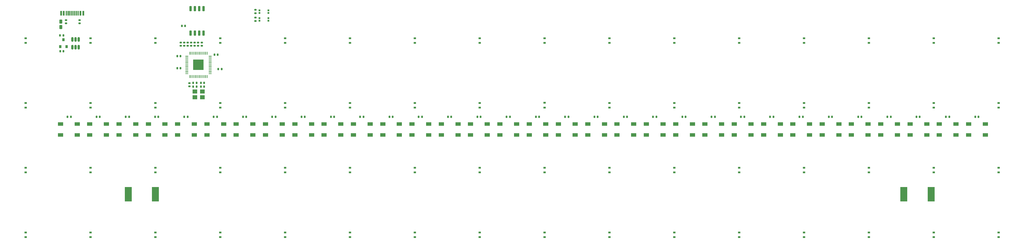
<source format=gbr>
%TF.GenerationSoftware,KiCad,Pcbnew,(6.0.0)*%
%TF.CreationDate,2022-05-01T17:24:26-04:00*%
%TF.ProjectId,HL-2040,484c2d32-3034-4302-9e6b-696361645f70,Mark 2 Rev F*%
%TF.SameCoordinates,Original*%
%TF.FileFunction,Paste,Bot*%
%TF.FilePolarity,Positive*%
%FSLAX46Y46*%
G04 Gerber Fmt 4.6, Leading zero omitted, Abs format (unit mm)*
G04 Created by KiCad (PCBNEW (6.0.0)) date 2022-05-01 17:24:26*
%MOMM*%
%LPD*%
G01*
G04 APERTURE LIST*
G04 Aperture macros list*
%AMRoundRect*
0 Rectangle with rounded corners*
0 $1 Rounding radius*
0 $2 $3 $4 $5 $6 $7 $8 $9 X,Y pos of 4 corners*
0 Add a 4 corners polygon primitive as box body*
4,1,4,$2,$3,$4,$5,$6,$7,$8,$9,$2,$3,0*
0 Add four circle primitives for the rounded corners*
1,1,$1+$1,$2,$3*
1,1,$1+$1,$4,$5*
1,1,$1+$1,$6,$7*
1,1,$1+$1,$8,$9*
0 Add four rect primitives between the rounded corners*
20,1,$1+$1,$2,$3,$4,$5,0*
20,1,$1+$1,$4,$5,$6,$7,0*
20,1,$1+$1,$6,$7,$8,$9,0*
20,1,$1+$1,$8,$9,$2,$3,0*%
G04 Aperture macros list end*
%ADD10C,0.010000*%
%ADD11RoundRect,0.147500X-0.147500X-0.172500X0.147500X-0.172500X0.147500X0.172500X-0.147500X0.172500X0*%
%ADD12RoundRect,0.147500X0.147500X0.172500X-0.147500X0.172500X-0.147500X-0.172500X0.147500X-0.172500X0*%
%ADD13RoundRect,0.147500X0.172500X-0.147500X0.172500X0.147500X-0.172500X0.147500X-0.172500X-0.147500X0*%
%ADD14RoundRect,0.250000X0.292217X0.292217X-0.292217X0.292217X-0.292217X-0.292217X0.292217X-0.292217X0*%
%ADD15RoundRect,0.050000X0.387500X0.050000X-0.387500X0.050000X-0.387500X-0.050000X0.387500X-0.050000X0*%
%ADD16RoundRect,0.050000X0.050000X0.387500X-0.050000X0.387500X-0.050000X-0.387500X0.050000X-0.387500X0*%
%ADD17R,3.050000X3.050000*%
%ADD18R,0.700000X0.600000*%
%ADD19RoundRect,0.147500X-0.172500X0.147500X-0.172500X-0.147500X0.172500X-0.147500X0.172500X0.147500X0*%
%ADD20RoundRect,0.212500X-0.212500X0.400000X-0.212500X-0.400000X0.212500X-0.400000X0.212500X0.400000X0*%
%ADD21R,0.800000X0.900000*%
%ADD22R,0.600000X1.450000*%
%ADD23R,0.300000X1.450000*%
%ADD24R,1.500000X1.000000*%
%ADD25R,2.000000X4.200000*%
%ADD26RoundRect,0.150000X-0.150000X0.650000X-0.150000X-0.650000X0.150000X-0.650000X0.150000X0.650000X0*%
%ADD27R,1.400000X1.200000*%
%ADD28RoundRect,0.150000X0.150000X-0.512500X0.150000X0.512500X-0.150000X0.512500X-0.150000X-0.512500X0*%
G04 APERTURE END LIST*
D10*
%TO.C,S1*%
X104114000Y-76939000D02*
X104564000Y-76939000D01*
X104564000Y-76939000D02*
X104564000Y-76489000D01*
X104564000Y-76489000D02*
X104114000Y-76489000D01*
X104114000Y-76489000D02*
X104114000Y-76939000D01*
G36*
X104564000Y-76939000D02*
G01*
X104114000Y-76939000D01*
X104114000Y-76489000D01*
X104564000Y-76489000D01*
X104564000Y-76939000D01*
G37*
X104564000Y-76939000D02*
X104114000Y-76939000D01*
X104114000Y-76489000D01*
X104564000Y-76489000D01*
X104564000Y-76939000D01*
X106764000Y-76939000D02*
X107214000Y-76939000D01*
X107214000Y-76939000D02*
X107214000Y-76489000D01*
X107214000Y-76489000D02*
X106764000Y-76489000D01*
X106764000Y-76489000D02*
X106764000Y-76939000D01*
G36*
X107214000Y-76939000D02*
G01*
X106764000Y-76939000D01*
X106764000Y-76489000D01*
X107214000Y-76489000D01*
X107214000Y-76939000D01*
G37*
X107214000Y-76939000D02*
X106764000Y-76939000D01*
X106764000Y-76489000D01*
X107214000Y-76489000D01*
X107214000Y-76939000D01*
X104114000Y-77689000D02*
X104564000Y-77689000D01*
X104564000Y-77689000D02*
X104564000Y-77239000D01*
X104564000Y-77239000D02*
X104114000Y-77239000D01*
X104114000Y-77239000D02*
X104114000Y-77689000D01*
G36*
X104564000Y-77689000D02*
G01*
X104114000Y-77689000D01*
X104114000Y-77239000D01*
X104564000Y-77239000D01*
X104564000Y-77689000D01*
G37*
X104564000Y-77689000D02*
X104114000Y-77689000D01*
X104114000Y-77239000D01*
X104564000Y-77239000D01*
X104564000Y-77689000D01*
X106764000Y-77689000D02*
X107214000Y-77689000D01*
X107214000Y-77689000D02*
X107214000Y-77239000D01*
X107214000Y-77239000D02*
X106764000Y-77239000D01*
X106764000Y-77239000D02*
X106764000Y-77689000D01*
G36*
X107214000Y-77689000D02*
G01*
X106764000Y-77689000D01*
X106764000Y-77239000D01*
X107214000Y-77239000D01*
X107214000Y-77689000D01*
G37*
X107214000Y-77689000D02*
X106764000Y-77689000D01*
X106764000Y-77239000D01*
X107214000Y-77239000D01*
X107214000Y-77689000D01*
%TO.C,S2*%
X107214000Y-74203000D02*
X106764000Y-74203000D01*
X106764000Y-74203000D02*
X106764000Y-74653000D01*
X106764000Y-74653000D02*
X107214000Y-74653000D01*
X107214000Y-74653000D02*
X107214000Y-74203000D01*
G36*
X107214000Y-74653000D02*
G01*
X106764000Y-74653000D01*
X106764000Y-74203000D01*
X107214000Y-74203000D01*
X107214000Y-74653000D01*
G37*
X107214000Y-74653000D02*
X106764000Y-74653000D01*
X106764000Y-74203000D01*
X107214000Y-74203000D01*
X107214000Y-74653000D01*
X104564000Y-74953000D02*
X104114000Y-74953000D01*
X104114000Y-74953000D02*
X104114000Y-75403000D01*
X104114000Y-75403000D02*
X104564000Y-75403000D01*
X104564000Y-75403000D02*
X104564000Y-74953000D01*
G36*
X104564000Y-75403000D02*
G01*
X104114000Y-75403000D01*
X104114000Y-74953000D01*
X104564000Y-74953000D01*
X104564000Y-75403000D01*
G37*
X104564000Y-75403000D02*
X104114000Y-75403000D01*
X104114000Y-74953000D01*
X104564000Y-74953000D01*
X104564000Y-75403000D01*
X104564000Y-74203000D02*
X104114000Y-74203000D01*
X104114000Y-74203000D02*
X104114000Y-74653000D01*
X104114000Y-74653000D02*
X104564000Y-74653000D01*
X104564000Y-74653000D02*
X104564000Y-74203000D01*
G36*
X104564000Y-74653000D02*
G01*
X104114000Y-74653000D01*
X104114000Y-74203000D01*
X104564000Y-74203000D01*
X104564000Y-74653000D01*
G37*
X104564000Y-74653000D02*
X104114000Y-74653000D01*
X104114000Y-74203000D01*
X104564000Y-74203000D01*
X104564000Y-74653000D01*
X107214000Y-74953000D02*
X106764000Y-74953000D01*
X106764000Y-74953000D02*
X106764000Y-75403000D01*
X106764000Y-75403000D02*
X107214000Y-75403000D01*
X107214000Y-75403000D02*
X107214000Y-74953000D01*
G36*
X107214000Y-75403000D02*
G01*
X106764000Y-75403000D01*
X106764000Y-74953000D01*
X107214000Y-74953000D01*
X107214000Y-75403000D01*
G37*
X107214000Y-75403000D02*
X106764000Y-75403000D01*
X106764000Y-74953000D01*
X107214000Y-74953000D01*
X107214000Y-75403000D01*
%TD*%
D11*
%TO.C,C1*%
X91158200Y-87477600D03*
X92128200Y-87477600D03*
%TD*%
D12*
%TO.C,C2*%
X85930600Y-95808800D03*
X84960600Y-95808800D03*
%TD*%
D11*
%TO.C,C3*%
X92326600Y-91744800D03*
X93296600Y-91744800D03*
%TD*%
D13*
%TO.C,C6*%
X81305400Y-84886800D03*
X81305400Y-83916800D03*
%TD*%
%TO.C,C8*%
X85394800Y-84886800D03*
X85394800Y-83916800D03*
%TD*%
D14*
%TO.C,U0*%
X87124500Y-91125000D03*
X85849500Y-89850000D03*
X87124500Y-89850000D03*
X85849500Y-91125000D03*
D15*
X89924500Y-87887500D03*
X89924500Y-88287500D03*
X89924500Y-88687500D03*
X89924500Y-89087500D03*
X89924500Y-89487500D03*
X89924500Y-89887500D03*
X89924500Y-90287500D03*
X89924500Y-90687500D03*
X89924500Y-91087500D03*
X89924500Y-91487500D03*
X89924500Y-91887500D03*
X89924500Y-92287500D03*
X89924500Y-92687500D03*
X89924500Y-93087500D03*
D16*
X89087000Y-93925000D03*
X88687000Y-93925000D03*
X88287000Y-93925000D03*
X87887000Y-93925000D03*
X87487000Y-93925000D03*
X87087000Y-93925000D03*
X86687000Y-93925000D03*
X86287000Y-93925000D03*
X85887000Y-93925000D03*
X85487000Y-93925000D03*
X85087000Y-93925000D03*
X84687000Y-93925000D03*
X84287000Y-93925000D03*
X83887000Y-93925000D03*
D15*
X83049500Y-93087500D03*
X83049500Y-92687500D03*
X83049500Y-92287500D03*
X83049500Y-91887500D03*
X83049500Y-91487500D03*
X83049500Y-91087500D03*
X83049500Y-90687500D03*
X83049500Y-90287500D03*
X83049500Y-89887500D03*
X83049500Y-89487500D03*
X83049500Y-89087500D03*
X83049500Y-88687500D03*
X83049500Y-88287500D03*
X83049500Y-87887500D03*
D16*
X83887000Y-87050000D03*
X84287000Y-87050000D03*
X84687000Y-87050000D03*
X85087000Y-87050000D03*
X85487000Y-87050000D03*
X85887000Y-87050000D03*
X86287000Y-87050000D03*
X86687000Y-87050000D03*
X87087000Y-87050000D03*
X87487000Y-87050000D03*
X87887000Y-87050000D03*
X88287000Y-87050000D03*
X88687000Y-87050000D03*
X89087000Y-87050000D03*
D17*
X86487000Y-90487500D03*
%TD*%
D13*
%TO.C,C7*%
X82346800Y-84886800D03*
X82346800Y-83916800D03*
%TD*%
D18*
%TO.C,D1*%
X35718750Y-84043750D03*
X35718750Y-82643750D03*
%TD*%
%TO.C,D2*%
X54768750Y-84043750D03*
X54768750Y-82643750D03*
%TD*%
%TO.C,D3*%
X73818750Y-84043750D03*
X73818750Y-82643750D03*
%TD*%
%TO.C,D4*%
X92868750Y-84043750D03*
X92868750Y-82643750D03*
%TD*%
%TO.C,D5*%
X111918750Y-84043750D03*
X111918750Y-82643750D03*
%TD*%
%TO.C,D6*%
X130968750Y-84043750D03*
X130968750Y-82643750D03*
%TD*%
%TO.C,D7*%
X150018750Y-84043750D03*
X150018750Y-82643750D03*
%TD*%
%TO.C,D8*%
X169068750Y-84043750D03*
X169068750Y-82643750D03*
%TD*%
%TO.C,D9*%
X188118750Y-84043750D03*
X188118750Y-82643750D03*
%TD*%
%TO.C,D10*%
X207168750Y-84043750D03*
X207168750Y-82643750D03*
%TD*%
%TO.C,D11*%
X226218750Y-84043750D03*
X226218750Y-82643750D03*
%TD*%
%TO.C,D12*%
X245268750Y-84043750D03*
X245268750Y-82643750D03*
%TD*%
%TO.C,D13*%
X264318750Y-84043750D03*
X264318750Y-82643750D03*
%TD*%
%TO.C,D14*%
X283368750Y-84043750D03*
X283368750Y-82643750D03*
%TD*%
%TO.C,D15*%
X302418750Y-84043750D03*
X302418750Y-82643750D03*
%TD*%
%TO.C,D16*%
X321468750Y-84043750D03*
X321468750Y-82643750D03*
%TD*%
%TO.C,D17*%
X35718750Y-103093750D03*
X35718750Y-101693750D03*
%TD*%
%TO.C,D18*%
X54768750Y-103093750D03*
X54768750Y-101693750D03*
%TD*%
%TO.C,D19*%
X73818750Y-103093750D03*
X73818750Y-101693750D03*
%TD*%
%TO.C,D20*%
X92868750Y-103093750D03*
X92868750Y-101693750D03*
%TD*%
%TO.C,D21*%
X111918750Y-103093750D03*
X111918750Y-101693750D03*
%TD*%
%TO.C,D22*%
X130968750Y-103093750D03*
X130968750Y-101693750D03*
%TD*%
%TO.C,D23*%
X150018750Y-103093750D03*
X150018750Y-101693750D03*
%TD*%
%TO.C,D24*%
X169068750Y-103093750D03*
X169068750Y-101693750D03*
%TD*%
%TO.C,D25*%
X188118750Y-103031250D03*
X188118750Y-101631250D03*
%TD*%
%TO.C,D26*%
X207168750Y-103106250D03*
X207168750Y-101706250D03*
%TD*%
%TO.C,D27*%
X226218750Y-103093750D03*
X226218750Y-101693750D03*
%TD*%
%TO.C,D28*%
X245268750Y-103093750D03*
X245268750Y-101693750D03*
%TD*%
%TO.C,D29*%
X264318750Y-103093750D03*
X264318750Y-101693750D03*
%TD*%
%TO.C,D30*%
X283368750Y-103093750D03*
X283368750Y-101693750D03*
%TD*%
%TO.C,D31*%
X302418750Y-103093750D03*
X302418750Y-101693750D03*
%TD*%
%TO.C,D32*%
X321468750Y-103093750D03*
X321468750Y-101693750D03*
%TD*%
%TO.C,D33*%
X35718750Y-122143750D03*
X35718750Y-120743750D03*
%TD*%
%TO.C,D34*%
X54768750Y-122143750D03*
X54768750Y-120743750D03*
%TD*%
%TO.C,D35*%
X73818750Y-122143750D03*
X73818750Y-120743750D03*
%TD*%
%TO.C,D36*%
X92868750Y-122143750D03*
X92868750Y-120743750D03*
%TD*%
%TO.C,D37*%
X111918750Y-122143750D03*
X111918750Y-120743750D03*
%TD*%
%TO.C,D38*%
X130968750Y-122143750D03*
X130968750Y-120743750D03*
%TD*%
%TO.C,D39*%
X150018750Y-122143750D03*
X150018750Y-120743750D03*
%TD*%
%TO.C,D40*%
X169068750Y-122143750D03*
X169068750Y-120743750D03*
%TD*%
%TO.C,D41*%
X188118750Y-122143750D03*
X188118750Y-120743750D03*
%TD*%
%TO.C,D42*%
X207168750Y-122143750D03*
X207168750Y-120743750D03*
%TD*%
%TO.C,D43*%
X226218750Y-122143750D03*
X226218750Y-120743750D03*
%TD*%
%TO.C,D44*%
X245268750Y-122143750D03*
X245268750Y-120743750D03*
%TD*%
%TO.C,D45*%
X264318750Y-122143750D03*
X264318750Y-120743750D03*
%TD*%
%TO.C,D46*%
X283368750Y-122143750D03*
X283368750Y-120743750D03*
%TD*%
%TO.C,D47*%
X302418750Y-122143750D03*
X302418750Y-120743750D03*
%TD*%
%TO.C,D48*%
X321468750Y-122143750D03*
X321468750Y-120743750D03*
%TD*%
%TO.C,D49*%
X35718750Y-141193750D03*
X35718750Y-139793750D03*
%TD*%
%TO.C,D50*%
X54768750Y-141193750D03*
X54768750Y-139793750D03*
%TD*%
%TO.C,D51*%
X73818750Y-141193750D03*
X73818750Y-139793750D03*
%TD*%
%TO.C,D52*%
X92868750Y-141193750D03*
X92868750Y-139793750D03*
%TD*%
%TO.C,D53*%
X111918750Y-141193750D03*
X111918750Y-139793750D03*
%TD*%
%TO.C,D54*%
X130968750Y-141193750D03*
X130968750Y-139793750D03*
%TD*%
%TO.C,D55*%
X150018750Y-141193750D03*
X150018750Y-139793750D03*
%TD*%
%TO.C,D56*%
X169068750Y-141193750D03*
X169068750Y-139793750D03*
%TD*%
%TO.C,D57*%
X188118750Y-141193750D03*
X188118750Y-139793750D03*
%TD*%
%TO.C,D58*%
X207168750Y-141193750D03*
X207168750Y-139793750D03*
%TD*%
%TO.C,D59*%
X226218750Y-141193750D03*
X226218750Y-139793750D03*
%TD*%
%TO.C,D60*%
X245268750Y-141193750D03*
X245268750Y-139793750D03*
%TD*%
%TO.C,D61*%
X264318750Y-141193750D03*
X264318750Y-139793750D03*
%TD*%
%TO.C,D62*%
X283368750Y-141193750D03*
X283368750Y-139793750D03*
%TD*%
%TO.C,D63*%
X302418750Y-141193750D03*
X302418750Y-139793750D03*
%TD*%
%TO.C,D64*%
X321468750Y-141193750D03*
X321468750Y-139793750D03*
%TD*%
D13*
%TO.C,RC2*%
X51593750Y-78272500D03*
X51593750Y-77302500D03*
%TD*%
D19*
%TO.C,RC1*%
X47625000Y-77302500D03*
X47625000Y-78272500D03*
%TD*%
%TO.C,RD1*%
X84378800Y-83916800D03*
X84378800Y-84886800D03*
%TD*%
D20*
%TO.C,F0*%
X46069250Y-77737000D03*
X46069250Y-79362000D03*
%TD*%
D21*
%TO.C,U1*%
X47781250Y-85124800D03*
X45881250Y-85124800D03*
X46831250Y-83124800D03*
%TD*%
D12*
%TO.C,LC1*%
X48999000Y-105791000D03*
X48029000Y-105791000D03*
%TD*%
%TO.C,C4*%
X81206200Y-91490800D03*
X80236200Y-91490800D03*
%TD*%
D22*
%TO.C,J0*%
X46153000Y-75292000D03*
X46953000Y-75292000D03*
D23*
X48153000Y-75292000D03*
X49153000Y-75292000D03*
X49653000Y-75292000D03*
X50653000Y-75292000D03*
D22*
X51853000Y-75292000D03*
X52653000Y-75292000D03*
X52653000Y-75292000D03*
X51853000Y-75292000D03*
D23*
X51153000Y-75292000D03*
X50153000Y-75292000D03*
X48653000Y-75292000D03*
X47653000Y-75292000D03*
D22*
X46953000Y-75292000D03*
X46153000Y-75292000D03*
%TD*%
D12*
%TO.C,LC3*%
X66111225Y-105791000D03*
X65141225Y-105791000D03*
%TD*%
%TO.C,LC10*%
X126333800Y-105791000D03*
X125363800Y-105791000D03*
%TD*%
%TO.C,LC12*%
X143540250Y-105791000D03*
X142570250Y-105791000D03*
%TD*%
%TO.C,LC6*%
X91920900Y-105791000D03*
X90950900Y-105791000D03*
%TD*%
%TO.C,LC8*%
X109127350Y-105791000D03*
X108157350Y-105791000D03*
%TD*%
%TO.C,LC9*%
X117730575Y-105791000D03*
X116760575Y-105791000D03*
%TD*%
%TO.C,LC7*%
X100524125Y-105791000D03*
X99554125Y-105791000D03*
%TD*%
%TO.C,LC5*%
X83317675Y-105791000D03*
X82347675Y-105791000D03*
%TD*%
%TO.C,LC11*%
X134937025Y-105791000D03*
X133967025Y-105791000D03*
%TD*%
%TO.C,LC13*%
X152143475Y-105791000D03*
X151173475Y-105791000D03*
%TD*%
%TO.C,LC4*%
X74714450Y-105791000D03*
X73744450Y-105791000D03*
%TD*%
%TO.C,LC14*%
X160746700Y-105791000D03*
X159776700Y-105791000D03*
%TD*%
%TO.C,LC15*%
X169349925Y-105791000D03*
X168379925Y-105791000D03*
%TD*%
%TO.C,LC16*%
X177953150Y-105791000D03*
X176983150Y-105791000D03*
%TD*%
%TO.C,LC17*%
X186556375Y-105791000D03*
X185586375Y-105791000D03*
%TD*%
%TO.C,LC18*%
X195159600Y-105791000D03*
X194189600Y-105791000D03*
%TD*%
%TO.C,LC19*%
X203762825Y-105791000D03*
X202792825Y-105791000D03*
%TD*%
%TO.C,LC20*%
X212366050Y-105791000D03*
X211396050Y-105791000D03*
%TD*%
%TO.C,LC21*%
X220957000Y-105791000D03*
X219987000Y-105791000D03*
%TD*%
%TO.C,LC22*%
X229572500Y-105791000D03*
X228602500Y-105791000D03*
%TD*%
%TO.C,LC23*%
X238175725Y-105791000D03*
X237205725Y-105791000D03*
%TD*%
%TO.C,LC24*%
X246778950Y-105791000D03*
X245808950Y-105791000D03*
%TD*%
%TO.C,LC25*%
X255347800Y-105791000D03*
X254377800Y-105791000D03*
%TD*%
%TO.C,LC26*%
X263985400Y-105791000D03*
X263015400Y-105791000D03*
%TD*%
%TO.C,LC27*%
X272588625Y-105791000D03*
X271618625Y-105791000D03*
%TD*%
%TO.C,LC28*%
X281191850Y-105791000D03*
X280221850Y-105791000D03*
%TD*%
%TO.C,LC29*%
X289795075Y-105791000D03*
X288825075Y-105791000D03*
%TD*%
%TO.C,LC30*%
X298326425Y-105791000D03*
X297356425Y-105791000D03*
%TD*%
%TO.C,LC31*%
X307001525Y-105791000D03*
X306031525Y-105791000D03*
%TD*%
%TO.C,LC32*%
X315604750Y-105791000D03*
X314634750Y-105791000D03*
%TD*%
D24*
%TO.C,LD16*%
X179917125Y-107937500D03*
X179917125Y-111137500D03*
X175017125Y-111137500D03*
X175017125Y-107937500D03*
%TD*%
%TO.C,LD17*%
X188520350Y-107937500D03*
X188520350Y-111137500D03*
X183620350Y-111137500D03*
X183620350Y-107937500D03*
%TD*%
%TO.C,LD18*%
X197123575Y-107937500D03*
X197123575Y-111137500D03*
X192223575Y-111137500D03*
X192223575Y-107937500D03*
%TD*%
%TO.C,LD19*%
X205726800Y-107937500D03*
X205726800Y-111137500D03*
X200826800Y-111137500D03*
X200826800Y-107937500D03*
%TD*%
%TO.C,LD20*%
X214330025Y-107937500D03*
X214330025Y-111137500D03*
X209430025Y-111137500D03*
X209430025Y-107937500D03*
%TD*%
%TO.C,LD21*%
X222933250Y-107937500D03*
X222933250Y-111137500D03*
X218033250Y-111137500D03*
X218033250Y-107937500D03*
%TD*%
%TO.C,LD22*%
X231536475Y-107937500D03*
X231536475Y-111137500D03*
X226636475Y-111137500D03*
X226636475Y-107937500D03*
%TD*%
%TO.C,LD23*%
X240139700Y-107937500D03*
X240139700Y-111137500D03*
X235239700Y-111137500D03*
X235239700Y-107937500D03*
%TD*%
%TO.C,LD24*%
X248742925Y-107937500D03*
X248742925Y-111137500D03*
X243842925Y-111137500D03*
X243842925Y-107937500D03*
%TD*%
%TO.C,LD25*%
X257380525Y-107937500D03*
X257380525Y-111137500D03*
X252480525Y-111137500D03*
X252480525Y-107937500D03*
%TD*%
%TO.C,LD26*%
X265949375Y-107937500D03*
X265949375Y-111137500D03*
X261049375Y-111137500D03*
X261049375Y-107937500D03*
%TD*%
%TO.C,LD27*%
X274552600Y-107937500D03*
X274552600Y-111137500D03*
X269652600Y-111137500D03*
X269652600Y-107937500D03*
%TD*%
%TO.C,LD28*%
X283155825Y-107937500D03*
X283155825Y-111137500D03*
X278255825Y-111137500D03*
X278255825Y-107937500D03*
%TD*%
%TO.C,LD29*%
X291759050Y-107937500D03*
X291759050Y-111137500D03*
X286859050Y-111137500D03*
X286859050Y-107937500D03*
%TD*%
%TO.C,LD30*%
X300434150Y-107937500D03*
X300434150Y-111137500D03*
X295534150Y-111137500D03*
X295534150Y-107937500D03*
%TD*%
%TO.C,LD32*%
X317568725Y-107937500D03*
X317568725Y-111137500D03*
X312668725Y-111137500D03*
X312668725Y-107937500D03*
%TD*%
%TO.C,LD31*%
X308965500Y-107937500D03*
X308965500Y-111137500D03*
X304065500Y-111137500D03*
X304065500Y-107937500D03*
%TD*%
%TO.C,LD15*%
X171313900Y-107937500D03*
X171313900Y-111137500D03*
X166413900Y-111137500D03*
X166413900Y-107937500D03*
%TD*%
%TO.C,LD14*%
X162710675Y-107937500D03*
X162710675Y-111137500D03*
X157810675Y-111137500D03*
X157810675Y-107937500D03*
%TD*%
%TO.C,LD12*%
X145504225Y-107937500D03*
X145504225Y-111137500D03*
X140604225Y-111137500D03*
X140604225Y-107937500D03*
%TD*%
%TO.C,LD10*%
X128297775Y-107937500D03*
X128297775Y-111137500D03*
X123397775Y-111137500D03*
X123397775Y-107937500D03*
%TD*%
%TO.C,LD13*%
X154107450Y-107937500D03*
X154107450Y-111137500D03*
X149207450Y-111137500D03*
X149207450Y-107937500D03*
%TD*%
%TO.C,LD5*%
X85281650Y-107937500D03*
X85281650Y-111137500D03*
X80381650Y-111137500D03*
X80381650Y-107937500D03*
%TD*%
%TO.C,LD11*%
X136901000Y-107937500D03*
X136901000Y-111137500D03*
X132001000Y-111137500D03*
X132001000Y-107937500D03*
%TD*%
%TO.C,LD6*%
X93884875Y-107937500D03*
X93884875Y-111137500D03*
X88984875Y-111137500D03*
X88984875Y-107937500D03*
%TD*%
%TO.C,LD7*%
X102488100Y-107937500D03*
X102488100Y-111137500D03*
X97588100Y-111137500D03*
X97588100Y-107937500D03*
%TD*%
%TO.C,LD8*%
X111091325Y-107937500D03*
X111091325Y-111137500D03*
X106191325Y-111137500D03*
X106191325Y-107937500D03*
%TD*%
%TO.C,LD9*%
X119694550Y-107937500D03*
X119694550Y-111137500D03*
X114794550Y-111137500D03*
X114794550Y-107937500D03*
%TD*%
%TO.C,LD2*%
X59471975Y-107937500D03*
X59471975Y-111137500D03*
X54571975Y-111137500D03*
X54571975Y-107937500D03*
%TD*%
%TO.C,LD1*%
X50868750Y-107937500D03*
X50868750Y-111137500D03*
X45968750Y-111137500D03*
X45968750Y-107937500D03*
%TD*%
%TO.C,LD3*%
X68075200Y-107937500D03*
X68075200Y-111137500D03*
X63175200Y-111137500D03*
X63175200Y-107937500D03*
%TD*%
%TO.C,LD4*%
X76678425Y-107937500D03*
X76678425Y-111137500D03*
X71778425Y-111137500D03*
X71778425Y-107937500D03*
%TD*%
D12*
%TO.C,LC2*%
X57508000Y-105791000D03*
X56538000Y-105791000D03*
%TD*%
%TO.C,C5*%
X81206200Y-87884000D03*
X80236200Y-87884000D03*
%TD*%
D25*
%TO.C,TX0*%
X293656250Y-128587500D03*
X301656250Y-128587500D03*
%TD*%
%TO.C,TX1*%
X73850000Y-128587500D03*
X65850000Y-128587500D03*
%TD*%
D12*
%TO.C,CF1*%
X82603200Y-79019400D03*
X81633200Y-79019400D03*
%TD*%
D13*
%TO.C,C10*%
X87452200Y-84886800D03*
X87452200Y-83916800D03*
%TD*%
D19*
%TO.C,C11*%
X83870800Y-95857200D03*
X83870800Y-96827200D03*
%TD*%
D26*
%TO.C,U3*%
X84150200Y-73920800D03*
X85420200Y-73920800D03*
X86690200Y-73920800D03*
X87960200Y-73920800D03*
X87960200Y-81120800D03*
X86690200Y-81120800D03*
X85420200Y-81120800D03*
X84150200Y-81120800D03*
%TD*%
D27*
%TO.C,Y0*%
X87663200Y-100037000D03*
X85463200Y-100037000D03*
X85463200Y-98337000D03*
X87663200Y-98337000D03*
%TD*%
D13*
%TO.C,RR1*%
X103251000Y-77574000D03*
X103251000Y-76604000D03*
%TD*%
D28*
%TO.C,U2*%
X51343600Y-85262300D03*
X50393600Y-85262300D03*
X49443600Y-85262300D03*
X49443600Y-82987300D03*
X50393600Y-82987300D03*
X51343600Y-82987300D03*
%TD*%
D19*
%TO.C,RD0*%
X83362800Y-83916800D03*
X83362800Y-84886800D03*
%TD*%
%TO.C,RF1*%
X103251000Y-74318000D03*
X103251000Y-75288000D03*
%TD*%
D12*
%TO.C,CX2*%
X88165800Y-96901000D03*
X87195800Y-96901000D03*
%TD*%
%TO.C,CP2*%
X46840000Y-86436200D03*
X45870000Y-86436200D03*
%TD*%
D13*
%TO.C,C9*%
X86410800Y-84886800D03*
X86410800Y-83916800D03*
%TD*%
D11*
%TO.C,CP1*%
X45844600Y-81813400D03*
X46814600Y-81813400D03*
%TD*%
D12*
%TO.C,CX1*%
X85930600Y-96901000D03*
X84960600Y-96901000D03*
%TD*%
D11*
%TO.C,RX1*%
X87195800Y-95808800D03*
X88165800Y-95808800D03*
%TD*%
M02*

</source>
